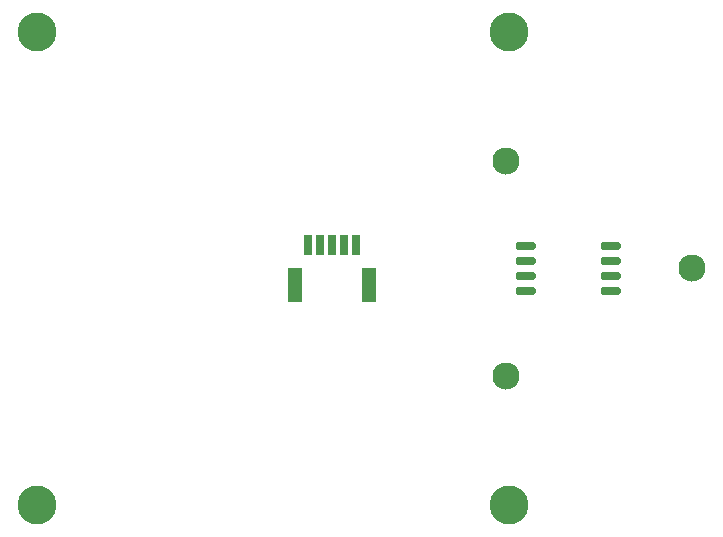
<source format=gbr>
%TF.GenerationSoftware,KiCad,Pcbnew,(5.1.6)-1*%
%TF.CreationDate,2021-12-10T22:34:56-05:00*%
%TF.ProjectId,base,62617365-2e6b-4696-9361-645f70636258,rev?*%
%TF.SameCoordinates,Original*%
%TF.FileFunction,Soldermask,Top*%
%TF.FilePolarity,Negative*%
%FSLAX46Y46*%
G04 Gerber Fmt 4.6, Leading zero omitted, Abs format (unit mm)*
G04 Created by KiCad (PCBNEW (5.1.6)-1) date 2021-12-10 22:34:56*
%MOMM*%
%LPD*%
G01*
G04 APERTURE LIST*
%ADD10R,1.192200X2.995600*%
%ADD11R,0.760400X1.801800*%
%ADD12C,2.300000*%
%ADD13C,3.300000*%
G04 APERTURE END LIST*
D10*
%TO.C,J1*%
X150099999Y-97373501D03*
X143900001Y-97373501D03*
D11*
X144999999Y-94023500D03*
X145999999Y-94023500D03*
X147000000Y-94023500D03*
X148000001Y-94023500D03*
X149000001Y-94023500D03*
%TD*%
D12*
%TO.C,H7*%
X161750000Y-105093266D03*
%TD*%
%TO.C,H6*%
X177500000Y-96000000D03*
%TD*%
%TO.C,H5*%
X161750000Y-86906734D03*
%TD*%
D13*
%TO.C,H4*%
X162000000Y-76000000D03*
%TD*%
%TO.C,H3*%
X162000000Y-116000000D03*
%TD*%
%TO.C,H2*%
X122000000Y-116000000D03*
%TD*%
%TO.C,H1*%
X122000000Y-76000000D03*
%TD*%
%TO.C,U3*%
G36*
G01*
X162550000Y-94270000D02*
X162550000Y-93920000D01*
G75*
G02*
X162725000Y-93745000I175000J0D01*
G01*
X164075000Y-93745000D01*
G75*
G02*
X164250000Y-93920000I0J-175000D01*
G01*
X164250000Y-94270000D01*
G75*
G02*
X164075000Y-94445000I-175000J0D01*
G01*
X162725000Y-94445000D01*
G75*
G02*
X162550000Y-94270000I0J175000D01*
G01*
G37*
G36*
G01*
X162550000Y-95540000D02*
X162550000Y-95190000D01*
G75*
G02*
X162725000Y-95015000I175000J0D01*
G01*
X164075000Y-95015000D01*
G75*
G02*
X164250000Y-95190000I0J-175000D01*
G01*
X164250000Y-95540000D01*
G75*
G02*
X164075000Y-95715000I-175000J0D01*
G01*
X162725000Y-95715000D01*
G75*
G02*
X162550000Y-95540000I0J175000D01*
G01*
G37*
G36*
G01*
X162550000Y-96810000D02*
X162550000Y-96460000D01*
G75*
G02*
X162725000Y-96285000I175000J0D01*
G01*
X164075000Y-96285000D01*
G75*
G02*
X164250000Y-96460000I0J-175000D01*
G01*
X164250000Y-96810000D01*
G75*
G02*
X164075000Y-96985000I-175000J0D01*
G01*
X162725000Y-96985000D01*
G75*
G02*
X162550000Y-96810000I0J175000D01*
G01*
G37*
G36*
G01*
X162550000Y-98080000D02*
X162550000Y-97730000D01*
G75*
G02*
X162725000Y-97555000I175000J0D01*
G01*
X164075000Y-97555000D01*
G75*
G02*
X164250000Y-97730000I0J-175000D01*
G01*
X164250000Y-98080000D01*
G75*
G02*
X164075000Y-98255000I-175000J0D01*
G01*
X162725000Y-98255000D01*
G75*
G02*
X162550000Y-98080000I0J175000D01*
G01*
G37*
G36*
G01*
X169750000Y-98080000D02*
X169750000Y-97730000D01*
G75*
G02*
X169925000Y-97555000I175000J0D01*
G01*
X171275000Y-97555000D01*
G75*
G02*
X171450000Y-97730000I0J-175000D01*
G01*
X171450000Y-98080000D01*
G75*
G02*
X171275000Y-98255000I-175000J0D01*
G01*
X169925000Y-98255000D01*
G75*
G02*
X169750000Y-98080000I0J175000D01*
G01*
G37*
G36*
G01*
X169750000Y-96810000D02*
X169750000Y-96460000D01*
G75*
G02*
X169925000Y-96285000I175000J0D01*
G01*
X171275000Y-96285000D01*
G75*
G02*
X171450000Y-96460000I0J-175000D01*
G01*
X171450000Y-96810000D01*
G75*
G02*
X171275000Y-96985000I-175000J0D01*
G01*
X169925000Y-96985000D01*
G75*
G02*
X169750000Y-96810000I0J175000D01*
G01*
G37*
G36*
G01*
X169750000Y-95540000D02*
X169750000Y-95190000D01*
G75*
G02*
X169925000Y-95015000I175000J0D01*
G01*
X171275000Y-95015000D01*
G75*
G02*
X171450000Y-95190000I0J-175000D01*
G01*
X171450000Y-95540000D01*
G75*
G02*
X171275000Y-95715000I-175000J0D01*
G01*
X169925000Y-95715000D01*
G75*
G02*
X169750000Y-95540000I0J175000D01*
G01*
G37*
G36*
G01*
X169750000Y-94270000D02*
X169750000Y-93920000D01*
G75*
G02*
X169925000Y-93745000I175000J0D01*
G01*
X171275000Y-93745000D01*
G75*
G02*
X171450000Y-93920000I0J-175000D01*
G01*
X171450000Y-94270000D01*
G75*
G02*
X171275000Y-94445000I-175000J0D01*
G01*
X169925000Y-94445000D01*
G75*
G02*
X169750000Y-94270000I0J175000D01*
G01*
G37*
%TD*%
M02*

</source>
